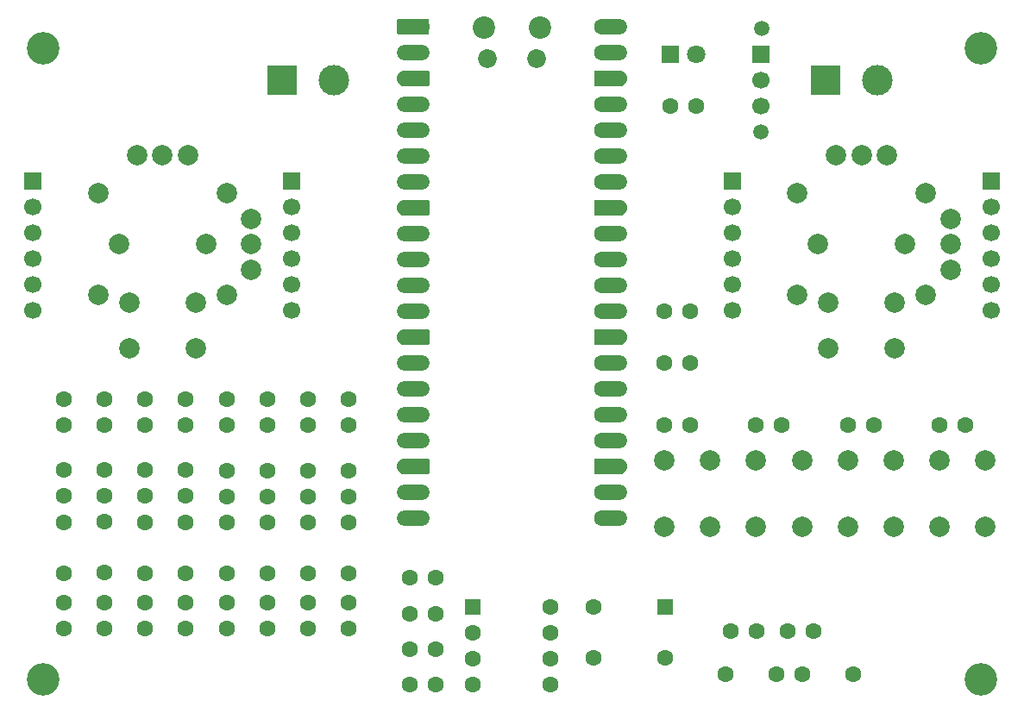
<source format=gts>
%TF.GenerationSoftware,KiCad,Pcbnew,9.0.2*%
%TF.CreationDate,2025-07-04T21:54:35+09:00*%
%TF.ProjectId,sound_remocon_v2,736f756e-645f-4726-956d-6f636f6e5f76,rev?*%
%TF.SameCoordinates,Original*%
%TF.FileFunction,Soldermask,Top*%
%TF.FilePolarity,Negative*%
%FSLAX46Y46*%
G04 Gerber Fmt 4.6, Leading zero omitted, Abs format (unit mm)*
G04 Created by KiCad (PCBNEW 9.0.2) date 2025-07-04 21:54:35*
%MOMM*%
%LPD*%
G01*
G04 APERTURE LIST*
G04 Aperture macros list*
%AMRoundRect*
0 Rectangle with rounded corners*
0 $1 Rounding radius*
0 $2 $3 $4 $5 $6 $7 $8 $9 X,Y pos of 4 corners*
0 Add a 4 corners polygon primitive as box body*
4,1,4,$2,$3,$4,$5,$6,$7,$8,$9,$2,$3,0*
0 Add four circle primitives for the rounded corners*
1,1,$1+$1,$2,$3*
1,1,$1+$1,$4,$5*
1,1,$1+$1,$6,$7*
1,1,$1+$1,$8,$9*
0 Add four rect primitives between the rounded corners*
20,1,$1+$1,$2,$3,$4,$5,0*
20,1,$1+$1,$4,$5,$6,$7,0*
20,1,$1+$1,$6,$7,$8,$9,0*
20,1,$1+$1,$8,$9,$2,$3,0*%
%AMFreePoly0*
4,1,37,0.800000,0.796148,0.878414,0.796148,1.032228,0.765552,1.177117,0.705537,1.307515,0.618408,1.418408,0.507515,1.505537,0.377117,1.565552,0.232228,1.596148,0.078414,1.596148,-0.078414,1.565552,-0.232228,1.505537,-0.377117,1.418408,-0.507515,1.307515,-0.618408,1.177117,-0.705537,1.032228,-0.765552,0.878414,-0.796148,0.800000,-0.796148,0.800000,-0.800000,-1.400000,-0.800000,
-1.403843,-0.796157,-1.439018,-0.796157,-1.511114,-0.766294,-1.566294,-0.711114,-1.596157,-0.639018,-1.596157,-0.603843,-1.600000,-0.600000,-1.600000,0.600000,-1.596157,0.603843,-1.596157,0.639018,-1.566294,0.711114,-1.511114,0.766294,-1.439018,0.796157,-1.403843,0.796157,-1.400000,0.800000,0.800000,0.800000,0.800000,0.796148,0.800000,0.796148,$1*%
%AMFreePoly1*
4,1,37,1.403843,0.796157,1.439018,0.796157,1.511114,0.766294,1.566294,0.711114,1.596157,0.639018,1.596157,0.603843,1.600000,0.600000,1.600000,-0.600000,1.596157,-0.603843,1.596157,-0.639018,1.566294,-0.711114,1.511114,-0.766294,1.439018,-0.796157,1.403843,-0.796157,1.400000,-0.800000,-0.800000,-0.800000,-0.800000,-0.796148,-0.878414,-0.796148,-1.032228,-0.765552,-1.177117,-0.705537,
-1.307515,-0.618408,-1.418408,-0.507515,-1.505537,-0.377117,-1.565552,-0.232228,-1.596148,-0.078414,-1.596148,0.078414,-1.565552,0.232228,-1.505537,0.377117,-1.418408,0.507515,-1.307515,0.618408,-1.177117,0.705537,-1.032228,0.765552,-0.878414,0.796148,-0.800000,0.796148,-0.800000,0.800000,1.400000,0.800000,1.403843,0.796157,1.403843,0.796157,$1*%
%AMFreePoly2*
4,1,37,0.603843,0.796157,0.639018,0.796157,0.711114,0.766294,0.766294,0.711114,0.796157,0.639018,0.796157,0.603843,0.800000,0.600000,0.800000,-0.600000,0.796157,-0.603843,0.796157,-0.639018,0.766294,-0.711114,0.711114,-0.766294,0.639018,-0.796157,0.603843,-0.796157,0.600000,-0.800000,0.000000,-0.800000,0.000000,-0.796148,-0.078414,-0.796148,-0.232228,-0.765552,-0.377117,-0.705537,
-0.507515,-0.618408,-0.618408,-0.507515,-0.705537,-0.377117,-0.765552,-0.232228,-0.796148,-0.078414,-0.796148,0.078414,-0.765552,0.232228,-0.705537,0.377117,-0.618408,0.507515,-0.507515,0.618408,-0.377117,0.705537,-0.232228,0.765552,-0.078414,0.796148,0.000000,0.796148,0.000000,0.800000,0.600000,0.800000,0.603843,0.796157,0.603843,0.796157,$1*%
%AMFreePoly3*
4,1,37,0.000000,0.796148,0.078414,0.796148,0.232228,0.765552,0.377117,0.705537,0.507515,0.618408,0.618408,0.507515,0.705537,0.377117,0.765552,0.232228,0.796148,0.078414,0.796148,-0.078414,0.765552,-0.232228,0.705537,-0.377117,0.618408,-0.507515,0.507515,-0.618408,0.377117,-0.705537,0.232228,-0.765552,0.078414,-0.796148,0.000000,-0.796148,0.000000,-0.800000,-0.600000,-0.800000,
-0.603843,-0.796157,-0.639018,-0.796157,-0.711114,-0.766294,-0.766294,-0.711114,-0.796157,-0.639018,-0.796157,-0.603843,-0.800000,-0.600000,-0.800000,0.600000,-0.796157,0.603843,-0.796157,0.639018,-0.766294,0.711114,-0.711114,0.766294,-0.639018,0.796157,-0.603843,0.796157,-0.600000,0.800000,0.000000,0.800000,0.000000,0.796148,0.000000,0.796148,$1*%
G04 Aperture macros list end*
%ADD10C,1.600000*%
%ADD11C,3.200000*%
%ADD12C,2.200000*%
%ADD13C,1.850000*%
%ADD14FreePoly0,0.000000*%
%ADD15RoundRect,0.200000X-0.600000X-0.600000X0.600000X-0.600000X0.600000X0.600000X-0.600000X0.600000X0*%
%ADD16RoundRect,0.800000X-0.800000X-0.000010X0.800000X-0.000010X0.800000X0.000010X-0.800000X0.000010X0*%
%ADD17FreePoly1,0.000000*%
%ADD18FreePoly2,0.000000*%
%ADD19FreePoly3,0.000000*%
%ADD20C,2.000000*%
%ADD21R,3.000000X3.000000*%
%ADD22C,3.000000*%
%ADD23C,1.500000*%
%ADD24R,1.700000X1.700000*%
%ADD25C,1.700000*%
%ADD26RoundRect,0.250000X-0.550000X-0.550000X0.550000X-0.550000X0.550000X0.550000X-0.550000X0.550000X0*%
%ADD27RoundRect,0.250000X-0.550000X0.550000X-0.550000X-0.550000X0.550000X-0.550000X0.550000X0.550000X0*%
%ADD28R,1.800000X1.800000*%
%ADD29C,1.800000*%
G04 APERTURE END LIST*
D10*
%TO.C,Rc5*%
X72000000Y-108450000D03*
X72000000Y-110990000D03*
%TD*%
D11*
%TO.C,REF\u002A\u002A*%
X146000000Y-54000000D03*
%TD*%
%TO.C,REF\u002A\u002A*%
X54000000Y-54000000D03*
%TD*%
D10*
%TO.C,C2*%
X60000000Y-100500000D03*
X60000000Y-105500000D03*
%TD*%
D11*
%TO.C,REF\u002A\u002A*%
X54000000Y-116000000D03*
%TD*%
D10*
%TO.C,Ra6*%
X76000000Y-88460000D03*
X76000000Y-91000000D03*
%TD*%
D11*
%TO.C,REF\u002A\u002A*%
X146000000Y-116000000D03*
%TD*%
D12*
%TO.C,A1*%
X97275000Y-52000000D03*
D13*
X97575000Y-55030000D03*
X102425000Y-55030000D03*
D12*
X102725000Y-52000000D03*
D14*
X90310000Y-51870000D03*
D15*
X91110000Y-51870000D03*
D16*
X90310000Y-54410000D03*
D10*
X91110000Y-54410000D03*
D17*
X90310000Y-56950000D03*
D18*
X91110000Y-56950000D03*
D16*
X90310000Y-59490000D03*
D10*
X91110000Y-59490000D03*
D16*
X90310000Y-62030000D03*
D10*
X91110000Y-62030000D03*
D16*
X90310000Y-64570000D03*
D10*
X91110000Y-64570000D03*
D16*
X90310000Y-67110000D03*
D10*
X91110000Y-67110000D03*
D17*
X90310000Y-69650000D03*
D18*
X91110000Y-69650000D03*
D16*
X90310000Y-72190000D03*
D10*
X91110000Y-72190000D03*
D16*
X90310000Y-74730000D03*
D10*
X91110000Y-74730000D03*
D16*
X90310000Y-77270000D03*
D10*
X91110000Y-77270000D03*
D16*
X90310000Y-79810000D03*
D10*
X91110000Y-79810000D03*
D17*
X90310000Y-82350000D03*
D18*
X91110000Y-82350000D03*
D16*
X90310000Y-84890000D03*
D10*
X91110000Y-84890000D03*
D16*
X90310000Y-87430000D03*
D10*
X91110000Y-87430000D03*
D16*
X90310000Y-89970000D03*
D10*
X91110000Y-89970000D03*
D16*
X90310000Y-92510000D03*
D10*
X91110000Y-92510000D03*
D17*
X90310000Y-95050000D03*
D18*
X91110000Y-95050000D03*
D16*
X90310000Y-97590000D03*
D10*
X91110000Y-97590000D03*
D16*
X90310000Y-100130000D03*
D10*
X91110000Y-100130000D03*
X108890000Y-100130000D03*
D16*
X109690000Y-100130000D03*
D10*
X108890000Y-97590000D03*
D16*
X109690000Y-97590000D03*
D19*
X108890000Y-95050000D03*
D14*
X109690000Y-95050000D03*
D10*
X108890000Y-92510000D03*
D16*
X109690000Y-92510000D03*
D10*
X108890000Y-89970000D03*
D16*
X109690000Y-89970000D03*
D10*
X108890000Y-87430000D03*
D16*
X109690000Y-87430000D03*
D10*
X108890000Y-84890000D03*
D16*
X109690000Y-84890000D03*
D19*
X108890000Y-82350000D03*
D14*
X109690000Y-82350000D03*
D10*
X108890000Y-79810000D03*
D16*
X109690000Y-79810000D03*
D10*
X108890000Y-77270000D03*
D16*
X109690000Y-77270000D03*
D10*
X108890000Y-74730000D03*
D16*
X109690000Y-74730000D03*
D10*
X108890000Y-72190000D03*
D16*
X109690000Y-72190000D03*
D19*
X108890000Y-69650000D03*
D14*
X109690000Y-69650000D03*
D10*
X108890000Y-67110000D03*
D16*
X109690000Y-67110000D03*
D10*
X108890000Y-64570000D03*
D16*
X109690000Y-64570000D03*
D10*
X108890000Y-62030000D03*
D16*
X109690000Y-62030000D03*
D10*
X108890000Y-59490000D03*
D16*
X109690000Y-59490000D03*
D19*
X108890000Y-56950000D03*
D14*
X109690000Y-56950000D03*
D10*
X108890000Y-54410000D03*
D16*
X109690000Y-54410000D03*
D10*
X108890000Y-51870000D03*
D16*
X109690000Y-51870000D03*
%TD*%
D20*
%TO.C,SW2*%
X123960000Y-101000000D03*
X123960000Y-94500000D03*
X128460000Y-101000000D03*
X128460000Y-94500000D03*
%TD*%
D21*
%TO.C,Power1*%
X130810000Y-57150000D03*
D22*
X135890000Y-57150000D03*
%TD*%
D10*
%TO.C,C4*%
X68000000Y-100545000D03*
X68000000Y-105545000D03*
%TD*%
%TO.C,Rb5*%
X72000000Y-95460000D03*
X72000000Y-98000000D03*
%TD*%
%TO.C,R1*%
X114960000Y-91000000D03*
X117500000Y-91000000D03*
%TD*%
%TO.C,Ra4*%
X68000000Y-88460000D03*
X68000000Y-91000000D03*
%TD*%
%TO.C,Rb7*%
X80000000Y-95460000D03*
X80000000Y-98000000D03*
%TD*%
%TO.C,Rrs1*%
X114960000Y-79810000D03*
X117500000Y-79810000D03*
%TD*%
%TO.C,Rls1*%
X114960000Y-84890000D03*
X117500000Y-84890000D03*
%TD*%
D20*
%TO.C,SW1*%
X114960000Y-101000000D03*
X114960000Y-94500000D03*
X119460000Y-101000000D03*
X119460000Y-94500000D03*
%TD*%
D10*
%TO.C,R3*%
X132960000Y-91000000D03*
X135500000Y-91000000D03*
%TD*%
%TO.C,C10*%
X125995000Y-115500000D03*
X120995000Y-115500000D03*
%TD*%
%TO.C,Rb2*%
X60000000Y-95415000D03*
X60000000Y-97955000D03*
%TD*%
%TO.C,Ra5*%
X72000000Y-88460000D03*
X72000000Y-91000000D03*
%TD*%
%TO.C,C8*%
X84000000Y-100545000D03*
X84000000Y-105545000D03*
%TD*%
D23*
%TO.C,*%
X124460000Y-62230000D03*
%TD*%
D24*
%TO.C,SW_PWR1*%
X124460000Y-54610000D03*
D25*
X124460000Y-57150000D03*
X124460000Y-59690000D03*
%TD*%
D24*
%TO.C,RightStickJ1*%
X121600000Y-67000000D03*
D25*
X121600000Y-69540000D03*
X121600000Y-72080000D03*
X121600000Y-74620000D03*
X121600000Y-77160000D03*
X121600000Y-79700000D03*
%TD*%
D26*
%TO.C,U1*%
X96190000Y-108880000D03*
D10*
X96190000Y-111420000D03*
X96190000Y-113960000D03*
X96190000Y-116500000D03*
X103810000Y-116500000D03*
X103810000Y-113960000D03*
X103810000Y-111420000D03*
X103810000Y-108880000D03*
%TD*%
%TO.C,Rc6*%
X76000000Y-108450000D03*
X76000000Y-110990000D03*
%TD*%
D20*
%TO.C,SW4*%
X141960000Y-101000000D03*
X141960000Y-94500000D03*
X146460000Y-101000000D03*
X146460000Y-94500000D03*
%TD*%
D24*
%TO.C,RightStickJ2*%
X147000000Y-67000000D03*
D25*
X147000000Y-69540000D03*
X147000000Y-72080000D03*
X147000000Y-74620000D03*
X147000000Y-77160000D03*
X147000000Y-79700000D03*
%TD*%
D10*
%TO.C,Rb4*%
X68000000Y-95415000D03*
X68000000Y-97955000D03*
%TD*%
%TO.C,Rg1*%
X89960000Y-116500000D03*
X92500000Y-116500000D03*
%TD*%
%TO.C,Rb8*%
X84000000Y-95460000D03*
X84000000Y-98000000D03*
%TD*%
%TO.C,Re2*%
X89960000Y-109500000D03*
X92500000Y-109500000D03*
%TD*%
%TO.C,Ra2*%
X60000000Y-88460000D03*
X60000000Y-91000000D03*
%TD*%
D21*
%TO.C,MixedSignalOut1*%
X77470000Y-57150000D03*
D22*
X82550000Y-57150000D03*
%TD*%
D10*
%TO.C,R2*%
X123960000Y-91000000D03*
X126500000Y-91000000D03*
%TD*%
%TO.C,Rb3*%
X64000000Y-95415000D03*
X64000000Y-97955000D03*
%TD*%
%TO.C,C1*%
X56000000Y-100545000D03*
X56000000Y-105545000D03*
%TD*%
%TO.C,C9*%
X128495000Y-115500000D03*
X133495000Y-115500000D03*
%TD*%
%TO.C,Rc2*%
X60000000Y-108455000D03*
X60000000Y-110995000D03*
%TD*%
D27*
%TO.C,Cp2*%
X115000000Y-108880000D03*
D10*
X115000000Y-113880000D03*
%TD*%
%TO.C,R4*%
X141960000Y-91000000D03*
X144500000Y-91000000D03*
%TD*%
%TO.C,C6*%
X76000000Y-100545000D03*
X76000000Y-105545000D03*
%TD*%
%TO.C,Cp1*%
X108000000Y-108880000D03*
X108000000Y-113880000D03*
%TD*%
%TO.C,Rb1*%
X56000000Y-95415000D03*
X56000000Y-97955000D03*
%TD*%
D23*
%TO.C,*%
X124500000Y-52070000D03*
%TD*%
D28*
%TO.C,D1*%
X115570000Y-54610000D03*
D29*
X118110000Y-54610000D03*
%TD*%
D10*
%TO.C,Rb6*%
X76000000Y-95460000D03*
X76000000Y-98000000D03*
%TD*%
%TO.C,C5*%
X72000000Y-100545000D03*
X72000000Y-105545000D03*
%TD*%
%TO.C,Rc8*%
X84000000Y-108450000D03*
X84000000Y-110990000D03*
%TD*%
%TO.C,Rc7*%
X80000000Y-108405000D03*
X80000000Y-110945000D03*
%TD*%
%TO.C,Ra8*%
X84000000Y-88460000D03*
X84000000Y-91000000D03*
%TD*%
%TO.C,Rh1*%
X121460000Y-111200000D03*
X124000000Y-111200000D03*
%TD*%
D20*
%TO.C,SW3*%
X132960000Y-101000000D03*
X132960000Y-94500000D03*
X137460000Y-101000000D03*
X137460000Y-94500000D03*
%TD*%
D24*
%TO.C,LeftStickJ2*%
X78400000Y-67000000D03*
D25*
X78400000Y-69540000D03*
X78400000Y-72080000D03*
X78400000Y-74620000D03*
X78400000Y-77160000D03*
X78400000Y-79700000D03*
%TD*%
D20*
%TO.C,LeftStick1*%
X61400000Y-73225000D03*
X70000000Y-73225000D03*
X68200000Y-64495000D03*
X65700000Y-64495000D03*
X63200000Y-64495000D03*
X74430000Y-75725000D03*
X74430000Y-73225000D03*
X74430000Y-70725000D03*
X62450000Y-78975000D03*
X62450000Y-83475000D03*
X68950000Y-78975000D03*
X68950000Y-83475000D03*
X59375000Y-68225000D03*
X59375000Y-78225000D03*
X72025000Y-68225000D03*
X72025000Y-78225000D03*
%TD*%
D10*
%TO.C,Ra7*%
X80000000Y-88460000D03*
X80000000Y-91000000D03*
%TD*%
%TO.C,Ra3*%
X64000000Y-88460000D03*
X64000000Y-91000000D03*
%TD*%
%TO.C,Ra1*%
X56000000Y-88460000D03*
X56000000Y-91000000D03*
%TD*%
%TO.C,Re1*%
X89960000Y-106000000D03*
X92500000Y-106000000D03*
%TD*%
%TO.C,C7*%
X80000000Y-100545000D03*
X80000000Y-105545000D03*
%TD*%
%TO.C,Rh2*%
X127060000Y-111200000D03*
X129600000Y-111200000D03*
%TD*%
%TO.C,Rf1*%
X89960000Y-113000000D03*
X92500000Y-113000000D03*
%TD*%
D24*
%TO.C,LeftStickJ1*%
X53000000Y-67000000D03*
D25*
X53000000Y-69540000D03*
X53000000Y-72080000D03*
X53000000Y-74620000D03*
X53000000Y-77160000D03*
X53000000Y-79700000D03*
%TD*%
D10*
%TO.C,Rled1*%
X115570000Y-59690000D03*
X118110000Y-59690000D03*
%TD*%
%TO.C,Rc1*%
X56000000Y-108450000D03*
X56000000Y-110990000D03*
%TD*%
D20*
%TO.C,RightStick1*%
X130000000Y-73225000D03*
X138600000Y-73225000D03*
X136800000Y-64495000D03*
X134300000Y-64495000D03*
X131800000Y-64495000D03*
X143030000Y-75725000D03*
X143030000Y-73225000D03*
X143030000Y-70725000D03*
X131050000Y-78975000D03*
X131050000Y-83475000D03*
X137550000Y-78975000D03*
X137550000Y-83475000D03*
X127975000Y-68225000D03*
X127975000Y-78225000D03*
X140625000Y-68225000D03*
X140625000Y-78225000D03*
%TD*%
D10*
%TO.C,Rc4*%
X68000000Y-108450000D03*
X68000000Y-110990000D03*
%TD*%
%TO.C,C3*%
X64000000Y-100545000D03*
X64000000Y-105545000D03*
%TD*%
%TO.C,Rc3*%
X64000000Y-108450000D03*
X64000000Y-110990000D03*
%TD*%
M02*

</source>
